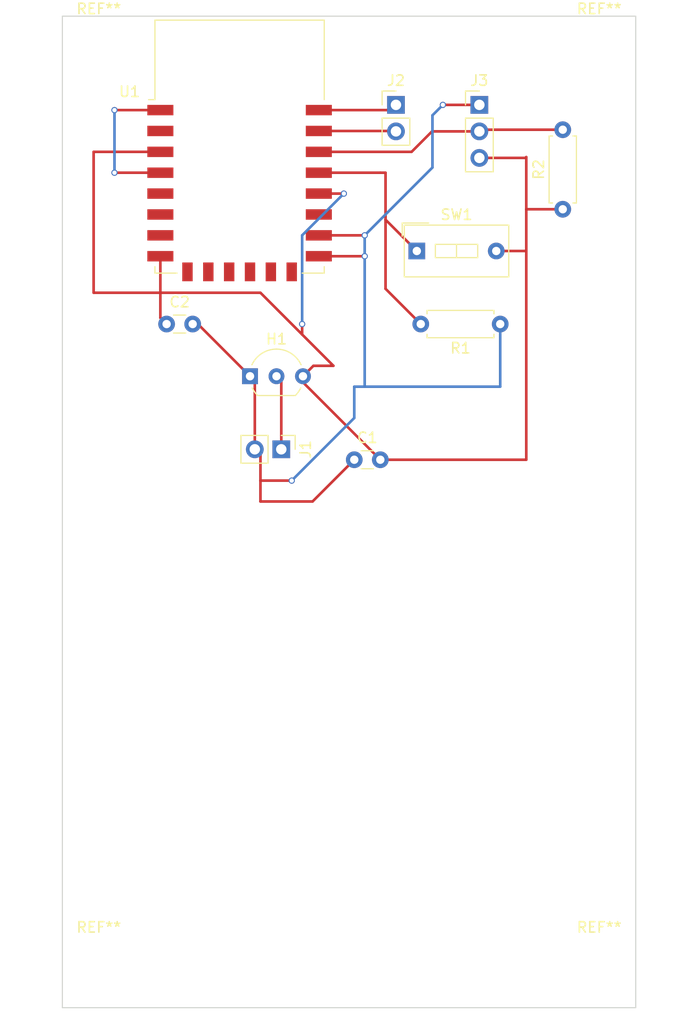
<source format=kicad_pcb>
(kicad_pcb (version 4) (host pcbnew 4.0.7)

  (general
    (links 23)
    (no_connects 0)
    (area 99.949999 49.949999 155.050001 145.050001)
    (thickness 1.6)
    (drawings 4)
    (tracks 76)
    (zones 0)
    (modules 14)
    (nets 11)
  )

  (page A4)
  (layers
    (0 F.Cu signal)
    (31 B.Cu signal)
    (32 B.Adhes user)
    (33 F.Adhes user)
    (34 B.Paste user)
    (35 F.Paste user)
    (36 B.SilkS user)
    (37 F.SilkS user)
    (38 B.Mask user)
    (39 F.Mask user)
    (40 Dwgs.User user)
    (41 Cmts.User user)
    (42 Eco1.User user)
    (43 Eco2.User user)
    (44 Edge.Cuts user)
    (45 Margin user)
    (46 B.CrtYd user)
    (47 F.CrtYd user)
    (48 B.Fab user)
    (49 F.Fab user)
  )

  (setup
    (last_trace_width 0.25)
    (trace_clearance 0.2)
    (zone_clearance 0.508)
    (zone_45_only no)
    (trace_min 0.2)
    (segment_width 0.2)
    (edge_width 0.1)
    (via_size 0.6)
    (via_drill 0.4)
    (via_min_size 0.4)
    (via_min_drill 0.3)
    (uvia_size 0.3)
    (uvia_drill 0.1)
    (uvias_allowed no)
    (uvia_min_size 0.2)
    (uvia_min_drill 0.1)
    (pcb_text_width 0.3)
    (pcb_text_size 1.5 1.5)
    (mod_edge_width 0.15)
    (mod_text_size 1 1)
    (mod_text_width 0.15)
    (pad_size 2.5 1)
    (pad_drill 0)
    (pad_to_mask_clearance 0)
    (aux_axis_origin 0 0)
    (visible_elements 7FFFFFFF)
    (pcbplotparams
      (layerselection 0x010f0_80000001)
      (usegerberextensions false)
      (usegerberattributes true)
      (excludeedgelayer true)
      (linewidth 0.100000)
      (plotframeref false)
      (viasonmask false)
      (mode 1)
      (useauxorigin false)
      (hpglpennumber 1)
      (hpglpenspeed 20)
      (hpglpendiameter 15)
      (hpglpenoverlay 2)
      (psnegative false)
      (psa4output false)
      (plotreference true)
      (plotvalue true)
      (plotinvisibletext false)
      (padsonsilk false)
      (subtractmaskfromsilk false)
      (outputformat 1)
      (mirror false)
      (drillshape 0)
      (scaleselection 1)
      (outputdirectory gerber/))
  )

  (net 0 "")
  (net 1 /GND)
  (net 2 /VCC)
  (net 3 /VIN)
  (net 4 /TX)
  (net 5 /RX)
  (net 6 /DS18B20)
  (net 7 /CONF)
  (net 8 /DS)
  (net 9 "Net-(U1-Pad11)")
  (net 10 "Net-(U1-Pad12)")

  (net_class Default "This is the default net class."
    (clearance 0.2)
    (trace_width 0.25)
    (via_dia 0.6)
    (via_drill 0.4)
    (uvia_dia 0.3)
    (uvia_drill 0.1)
    (add_net /CONF)
    (add_net /DS)
    (add_net /DS18B20)
    (add_net /GND)
    (add_net /RX)
    (add_net /TX)
    (add_net /VCC)
    (add_net /VIN)
    (add_net "Net-(U1-Pad11)")
    (add_net "Net-(U1-Pad12)")
  )

  (module Capacitors_THT:C_Disc_D3.0mm_W1.6mm_P2.50mm (layer F.Cu) (tedit 597BC7C2) (tstamp 5AD41FAF)
    (at 128 92.5)
    (descr "C, Disc series, Radial, pin pitch=2.50mm, , diameter*width=3.0*1.6mm^2, Capacitor, http://www.vishay.com/docs/45233/krseries.pdf")
    (tags "C Disc series Radial pin pitch 2.50mm  diameter 3.0mm width 1.6mm Capacitor")
    (path /5AD400B9)
    (fp_text reference C1 (at 1.25 -2.11) (layer F.SilkS)
      (effects (font (size 1 1) (thickness 0.15)))
    )
    (fp_text value 0.1uF (at 1.25 2.11) (layer F.Fab)
      (effects (font (size 1 1) (thickness 0.15)))
    )
    (fp_line (start -0.25 -0.8) (end -0.25 0.8) (layer F.Fab) (width 0.1))
    (fp_line (start -0.25 0.8) (end 2.75 0.8) (layer F.Fab) (width 0.1))
    (fp_line (start 2.75 0.8) (end 2.75 -0.8) (layer F.Fab) (width 0.1))
    (fp_line (start 2.75 -0.8) (end -0.25 -0.8) (layer F.Fab) (width 0.1))
    (fp_line (start 0.663 -0.861) (end 1.837 -0.861) (layer F.SilkS) (width 0.12))
    (fp_line (start 0.663 0.861) (end 1.837 0.861) (layer F.SilkS) (width 0.12))
    (fp_line (start -1.05 -1.15) (end -1.05 1.15) (layer F.CrtYd) (width 0.05))
    (fp_line (start -1.05 1.15) (end 3.55 1.15) (layer F.CrtYd) (width 0.05))
    (fp_line (start 3.55 1.15) (end 3.55 -1.15) (layer F.CrtYd) (width 0.05))
    (fp_line (start 3.55 -1.15) (end -1.05 -1.15) (layer F.CrtYd) (width 0.05))
    (fp_text user %R (at 1.25 0) (layer F.Fab)
      (effects (font (size 1 1) (thickness 0.15)))
    )
    (pad 1 thru_hole circle (at 0 0) (size 1.6 1.6) (drill 0.8) (layers *.Cu *.Mask)
      (net 1 /GND))
    (pad 2 thru_hole circle (at 2.5 0) (size 1.6 1.6) (drill 0.8) (layers *.Cu *.Mask)
      (net 2 /VCC))
    (model ${KISYS3DMOD}/Capacitors_THT.3dshapes/C_Disc_D3.0mm_W1.6mm_P2.50mm.wrl
      (at (xyz 0 0 0))
      (scale (xyz 1 1 1))
      (rotate (xyz 0 0 0))
    )
  )

  (module Capacitors_THT:C_Disc_D3.0mm_W1.6mm_P2.50mm (layer F.Cu) (tedit 597BC7C2) (tstamp 5AD41FC0)
    (at 110 79.5)
    (descr "C, Disc series, Radial, pin pitch=2.50mm, , diameter*width=3.0*1.6mm^2, Capacitor, http://www.vishay.com/docs/45233/krseries.pdf")
    (tags "C Disc series Radial pin pitch 2.50mm  diameter 3.0mm width 1.6mm Capacitor")
    (path /5AD4019D)
    (fp_text reference C2 (at 1.25 -2.11) (layer F.SilkS)
      (effects (font (size 1 1) (thickness 0.15)))
    )
    (fp_text value 100nF (at 1.25 2.11) (layer F.Fab)
      (effects (font (size 1 1) (thickness 0.15)))
    )
    (fp_line (start -0.25 -0.8) (end -0.25 0.8) (layer F.Fab) (width 0.1))
    (fp_line (start -0.25 0.8) (end 2.75 0.8) (layer F.Fab) (width 0.1))
    (fp_line (start 2.75 0.8) (end 2.75 -0.8) (layer F.Fab) (width 0.1))
    (fp_line (start 2.75 -0.8) (end -0.25 -0.8) (layer F.Fab) (width 0.1))
    (fp_line (start 0.663 -0.861) (end 1.837 -0.861) (layer F.SilkS) (width 0.12))
    (fp_line (start 0.663 0.861) (end 1.837 0.861) (layer F.SilkS) (width 0.12))
    (fp_line (start -1.05 -1.15) (end -1.05 1.15) (layer F.CrtYd) (width 0.05))
    (fp_line (start -1.05 1.15) (end 3.55 1.15) (layer F.CrtYd) (width 0.05))
    (fp_line (start 3.55 1.15) (end 3.55 -1.15) (layer F.CrtYd) (width 0.05))
    (fp_line (start 3.55 -1.15) (end -1.05 -1.15) (layer F.CrtYd) (width 0.05))
    (fp_text user %R (at 1.25 0) (layer F.Fab)
      (effects (font (size 1 1) (thickness 0.15)))
    )
    (pad 1 thru_hole circle (at 0 0) (size 1.6 1.6) (drill 0.8) (layers *.Cu *.Mask)
      (net 2 /VCC))
    (pad 2 thru_hole circle (at 2.5 0) (size 1.6 1.6) (drill 0.8) (layers *.Cu *.Mask)
      (net 1 /GND))
    (model ${KISYS3DMOD}/Capacitors_THT.3dshapes/C_Disc_D3.0mm_W1.6mm_P2.50mm.wrl
      (at (xyz 0 0 0))
      (scale (xyz 1 1 1))
      (rotate (xyz 0 0 0))
    )
  )

  (module TO_SOT_Packages_THT:TO-92_Inline_Wide (layer F.Cu) (tedit 58CE52AF) (tstamp 5AD41FD4)
    (at 118 84.5)
    (descr "TO-92 leads in-line, wide, drill 0.8mm (see NXP sot054_po.pdf)")
    (tags "to-92 sc-43 sc-43a sot54 PA33 transistor")
    (path /5AD3D257)
    (fp_text reference H1 (at 2.54 -3.56 180) (layer F.SilkS)
      (effects (font (size 1 1) (thickness 0.15)))
    )
    (fp_text value HT7333 (at 2.54 2.79) (layer F.Fab)
      (effects (font (size 1 1) (thickness 0.15)))
    )
    (fp_text user %R (at 2.54 -3.56 180) (layer F.Fab)
      (effects (font (size 1 1) (thickness 0.15)))
    )
    (fp_line (start 0.74 1.85) (end 4.34 1.85) (layer F.SilkS) (width 0.12))
    (fp_line (start 0.8 1.75) (end 4.3 1.75) (layer F.Fab) (width 0.1))
    (fp_line (start -1.01 -2.73) (end 6.09 -2.73) (layer F.CrtYd) (width 0.05))
    (fp_line (start -1.01 -2.73) (end -1.01 2.01) (layer F.CrtYd) (width 0.05))
    (fp_line (start 6.09 2.01) (end 6.09 -2.73) (layer F.CrtYd) (width 0.05))
    (fp_line (start 6.09 2.01) (end -1.01 2.01) (layer F.CrtYd) (width 0.05))
    (fp_arc (start 2.54 0) (end 0.74 1.85) (angle 20) (layer F.SilkS) (width 0.12))
    (fp_arc (start 2.54 0) (end 2.54 -2.6) (angle -65) (layer F.SilkS) (width 0.12))
    (fp_arc (start 2.54 0) (end 2.54 -2.6) (angle 65) (layer F.SilkS) (width 0.12))
    (fp_arc (start 2.54 0) (end 2.54 -2.48) (angle 135) (layer F.Fab) (width 0.1))
    (fp_arc (start 2.54 0) (end 2.54 -2.48) (angle -135) (layer F.Fab) (width 0.1))
    (fp_arc (start 2.54 0) (end 4.34 1.85) (angle -20) (layer F.SilkS) (width 0.12))
    (pad 2 thru_hole circle (at 2.54 0 90) (size 1.52 1.52) (drill 0.8) (layers *.Cu *.Mask)
      (net 3 /VIN))
    (pad 3 thru_hole circle (at 5.08 0 90) (size 1.52 1.52) (drill 0.8) (layers *.Cu *.Mask)
      (net 2 /VCC))
    (pad 1 thru_hole rect (at 0 0 90) (size 1.52 1.52) (drill 0.8) (layers *.Cu *.Mask)
      (net 1 /GND))
    (model ${KISYS3DMOD}/TO_SOT_Packages_THT.3dshapes/TO-92_Inline_Wide.wrl
      (at (xyz 0.1 0 0))
      (scale (xyz 1 1 1))
      (rotate (xyz 0 0 -90))
    )
  )

  (module Pin_Headers:Pin_Header_Straight_1x02_Pitch2.54mm (layer F.Cu) (tedit 59650532) (tstamp 5AD41FEA)
    (at 121 91.5 270)
    (descr "Through hole straight pin header, 1x02, 2.54mm pitch, single row")
    (tags "Through hole pin header THT 1x02 2.54mm single row")
    (path /5AD3D3A2)
    (fp_text reference J1 (at 0 -2.33 270) (layer F.SilkS)
      (effects (font (size 1 1) (thickness 0.15)))
    )
    (fp_text value BATT (at 0 4.87 270) (layer F.Fab)
      (effects (font (size 1 1) (thickness 0.15)))
    )
    (fp_line (start -0.635 -1.27) (end 1.27 -1.27) (layer F.Fab) (width 0.1))
    (fp_line (start 1.27 -1.27) (end 1.27 3.81) (layer F.Fab) (width 0.1))
    (fp_line (start 1.27 3.81) (end -1.27 3.81) (layer F.Fab) (width 0.1))
    (fp_line (start -1.27 3.81) (end -1.27 -0.635) (layer F.Fab) (width 0.1))
    (fp_line (start -1.27 -0.635) (end -0.635 -1.27) (layer F.Fab) (width 0.1))
    (fp_line (start -1.33 3.87) (end 1.33 3.87) (layer F.SilkS) (width 0.12))
    (fp_line (start -1.33 1.27) (end -1.33 3.87) (layer F.SilkS) (width 0.12))
    (fp_line (start 1.33 1.27) (end 1.33 3.87) (layer F.SilkS) (width 0.12))
    (fp_line (start -1.33 1.27) (end 1.33 1.27) (layer F.SilkS) (width 0.12))
    (fp_line (start -1.33 0) (end -1.33 -1.33) (layer F.SilkS) (width 0.12))
    (fp_line (start -1.33 -1.33) (end 0 -1.33) (layer F.SilkS) (width 0.12))
    (fp_line (start -1.8 -1.8) (end -1.8 4.35) (layer F.CrtYd) (width 0.05))
    (fp_line (start -1.8 4.35) (end 1.8 4.35) (layer F.CrtYd) (width 0.05))
    (fp_line (start 1.8 4.35) (end 1.8 -1.8) (layer F.CrtYd) (width 0.05))
    (fp_line (start 1.8 -1.8) (end -1.8 -1.8) (layer F.CrtYd) (width 0.05))
    (fp_text user %R (at 0 1.27 360) (layer F.Fab)
      (effects (font (size 1 1) (thickness 0.15)))
    )
    (pad 1 thru_hole rect (at 0 0 270) (size 1.7 1.7) (drill 1) (layers *.Cu *.Mask)
      (net 3 /VIN))
    (pad 2 thru_hole oval (at 0 2.54 270) (size 1.7 1.7) (drill 1) (layers *.Cu *.Mask)
      (net 1 /GND))
    (model ${KISYS3DMOD}/Pin_Headers.3dshapes/Pin_Header_Straight_1x02_Pitch2.54mm.wrl
      (at (xyz 0 0 0))
      (scale (xyz 1 1 1))
      (rotate (xyz 0 0 0))
    )
  )

  (module Pin_Headers:Pin_Header_Straight_1x02_Pitch2.54mm (layer F.Cu) (tedit 59650532) (tstamp 5AD42000)
    (at 132 58.5)
    (descr "Through hole straight pin header, 1x02, 2.54mm pitch, single row")
    (tags "Through hole pin header THT 1x02 2.54mm single row")
    (path /5AD3F795)
    (fp_text reference J2 (at 0 -2.33) (layer F.SilkS)
      (effects (font (size 1 1) (thickness 0.15)))
    )
    (fp_text value Conn_01x02 (at 0 4.87) (layer F.Fab)
      (effects (font (size 1 1) (thickness 0.15)))
    )
    (fp_line (start -0.635 -1.27) (end 1.27 -1.27) (layer F.Fab) (width 0.1))
    (fp_line (start 1.27 -1.27) (end 1.27 3.81) (layer F.Fab) (width 0.1))
    (fp_line (start 1.27 3.81) (end -1.27 3.81) (layer F.Fab) (width 0.1))
    (fp_line (start -1.27 3.81) (end -1.27 -0.635) (layer F.Fab) (width 0.1))
    (fp_line (start -1.27 -0.635) (end -0.635 -1.27) (layer F.Fab) (width 0.1))
    (fp_line (start -1.33 3.87) (end 1.33 3.87) (layer F.SilkS) (width 0.12))
    (fp_line (start -1.33 1.27) (end -1.33 3.87) (layer F.SilkS) (width 0.12))
    (fp_line (start 1.33 1.27) (end 1.33 3.87) (layer F.SilkS) (width 0.12))
    (fp_line (start -1.33 1.27) (end 1.33 1.27) (layer F.SilkS) (width 0.12))
    (fp_line (start -1.33 0) (end -1.33 -1.33) (layer F.SilkS) (width 0.12))
    (fp_line (start -1.33 -1.33) (end 0 -1.33) (layer F.SilkS) (width 0.12))
    (fp_line (start -1.8 -1.8) (end -1.8 4.35) (layer F.CrtYd) (width 0.05))
    (fp_line (start -1.8 4.35) (end 1.8 4.35) (layer F.CrtYd) (width 0.05))
    (fp_line (start 1.8 4.35) (end 1.8 -1.8) (layer F.CrtYd) (width 0.05))
    (fp_line (start 1.8 -1.8) (end -1.8 -1.8) (layer F.CrtYd) (width 0.05))
    (fp_text user %R (at 0 1.27 90) (layer F.Fab)
      (effects (font (size 1 1) (thickness 0.15)))
    )
    (pad 1 thru_hole rect (at 0 0) (size 1.7 1.7) (drill 1) (layers *.Cu *.Mask)
      (net 4 /TX))
    (pad 2 thru_hole oval (at 0 2.54) (size 1.7 1.7) (drill 1) (layers *.Cu *.Mask)
      (net 5 /RX))
    (model ${KISYS3DMOD}/Pin_Headers.3dshapes/Pin_Header_Straight_1x02_Pitch2.54mm.wrl
      (at (xyz 0 0 0))
      (scale (xyz 1 1 1))
      (rotate (xyz 0 0 0))
    )
  )

  (module Pin_Headers:Pin_Header_Straight_1x03_Pitch2.54mm (layer F.Cu) (tedit 59650532) (tstamp 5AD42017)
    (at 140 58.5)
    (descr "Through hole straight pin header, 1x03, 2.54mm pitch, single row")
    (tags "Through hole pin header THT 1x03 2.54mm single row")
    (path /5AD3FB10)
    (fp_text reference J3 (at 0 -2.33) (layer F.SilkS)
      (effects (font (size 1 1) (thickness 0.15)))
    )
    (fp_text value CONN_DS18B20 (at 0 7.41) (layer F.Fab)
      (effects (font (size 1 1) (thickness 0.15)))
    )
    (fp_line (start -0.635 -1.27) (end 1.27 -1.27) (layer F.Fab) (width 0.1))
    (fp_line (start 1.27 -1.27) (end 1.27 6.35) (layer F.Fab) (width 0.1))
    (fp_line (start 1.27 6.35) (end -1.27 6.35) (layer F.Fab) (width 0.1))
    (fp_line (start -1.27 6.35) (end -1.27 -0.635) (layer F.Fab) (width 0.1))
    (fp_line (start -1.27 -0.635) (end -0.635 -1.27) (layer F.Fab) (width 0.1))
    (fp_line (start -1.33 6.41) (end 1.33 6.41) (layer F.SilkS) (width 0.12))
    (fp_line (start -1.33 1.27) (end -1.33 6.41) (layer F.SilkS) (width 0.12))
    (fp_line (start 1.33 1.27) (end 1.33 6.41) (layer F.SilkS) (width 0.12))
    (fp_line (start -1.33 1.27) (end 1.33 1.27) (layer F.SilkS) (width 0.12))
    (fp_line (start -1.33 0) (end -1.33 -1.33) (layer F.SilkS) (width 0.12))
    (fp_line (start -1.33 -1.33) (end 0 -1.33) (layer F.SilkS) (width 0.12))
    (fp_line (start -1.8 -1.8) (end -1.8 6.85) (layer F.CrtYd) (width 0.05))
    (fp_line (start -1.8 6.85) (end 1.8 6.85) (layer F.CrtYd) (width 0.05))
    (fp_line (start 1.8 6.85) (end 1.8 -1.8) (layer F.CrtYd) (width 0.05))
    (fp_line (start 1.8 -1.8) (end -1.8 -1.8) (layer F.CrtYd) (width 0.05))
    (fp_text user %R (at 0 2.54 90) (layer F.Fab)
      (effects (font (size 1 1) (thickness 0.15)))
    )
    (pad 1 thru_hole rect (at 0 0) (size 1.7 1.7) (drill 1) (layers *.Cu *.Mask)
      (net 1 /GND))
    (pad 2 thru_hole oval (at 0 2.54) (size 1.7 1.7) (drill 1) (layers *.Cu *.Mask)
      (net 6 /DS18B20))
    (pad 3 thru_hole oval (at 0 5.08) (size 1.7 1.7) (drill 1) (layers *.Cu *.Mask)
      (net 2 /VCC))
    (model ${KISYS3DMOD}/Pin_Headers.3dshapes/Pin_Header_Straight_1x03_Pitch2.54mm.wrl
      (at (xyz 0 0 0))
      (scale (xyz 1 1 1))
      (rotate (xyz 0 0 0))
    )
  )

  (module Resistors_THT:R_Axial_DIN0207_L6.3mm_D2.5mm_P7.62mm_Horizontal (layer F.Cu) (tedit 5874F706) (tstamp 5AD4202D)
    (at 142 79.5 180)
    (descr "Resistor, Axial_DIN0207 series, Axial, Horizontal, pin pitch=7.62mm, 0.25W = 1/4W, length*diameter=6.3*2.5mm^2, http://cdn-reichelt.de/documents/datenblatt/B400/1_4W%23YAG.pdf")
    (tags "Resistor Axial_DIN0207 series Axial Horizontal pin pitch 7.62mm 0.25W = 1/4W length 6.3mm diameter 2.5mm")
    (path /5AD3EE3B)
    (fp_text reference R1 (at 3.81 -2.31 180) (layer F.SilkS)
      (effects (font (size 1 1) (thickness 0.15)))
    )
    (fp_text value 4.7k (at 3.81 2.31 180) (layer F.Fab)
      (effects (font (size 1 1) (thickness 0.15)))
    )
    (fp_line (start 0.66 -1.25) (end 0.66 1.25) (layer F.Fab) (width 0.1))
    (fp_line (start 0.66 1.25) (end 6.96 1.25) (layer F.Fab) (width 0.1))
    (fp_line (start 6.96 1.25) (end 6.96 -1.25) (layer F.Fab) (width 0.1))
    (fp_line (start 6.96 -1.25) (end 0.66 -1.25) (layer F.Fab) (width 0.1))
    (fp_line (start 0 0) (end 0.66 0) (layer F.Fab) (width 0.1))
    (fp_line (start 7.62 0) (end 6.96 0) (layer F.Fab) (width 0.1))
    (fp_line (start 0.6 -0.98) (end 0.6 -1.31) (layer F.SilkS) (width 0.12))
    (fp_line (start 0.6 -1.31) (end 7.02 -1.31) (layer F.SilkS) (width 0.12))
    (fp_line (start 7.02 -1.31) (end 7.02 -0.98) (layer F.SilkS) (width 0.12))
    (fp_line (start 0.6 0.98) (end 0.6 1.31) (layer F.SilkS) (width 0.12))
    (fp_line (start 0.6 1.31) (end 7.02 1.31) (layer F.SilkS) (width 0.12))
    (fp_line (start 7.02 1.31) (end 7.02 0.98) (layer F.SilkS) (width 0.12))
    (fp_line (start -1.05 -1.6) (end -1.05 1.6) (layer F.CrtYd) (width 0.05))
    (fp_line (start -1.05 1.6) (end 8.7 1.6) (layer F.CrtYd) (width 0.05))
    (fp_line (start 8.7 1.6) (end 8.7 -1.6) (layer F.CrtYd) (width 0.05))
    (fp_line (start 8.7 -1.6) (end -1.05 -1.6) (layer F.CrtYd) (width 0.05))
    (pad 1 thru_hole circle (at 0 0 180) (size 1.6 1.6) (drill 0.8) (layers *.Cu *.Mask)
      (net 1 /GND))
    (pad 2 thru_hole oval (at 7.62 0 180) (size 1.6 1.6) (drill 0.8) (layers *.Cu *.Mask)
      (net 7 /CONF))
    (model ${KISYS3DMOD}/Resistors_THT.3dshapes/R_Axial_DIN0207_L6.3mm_D2.5mm_P7.62mm_Horizontal.wrl
      (at (xyz 0 0 0))
      (scale (xyz 0.393701 0.393701 0.393701))
      (rotate (xyz 0 0 0))
    )
  )

  (module Resistors_THT:R_Axial_DIN0207_L6.3mm_D2.5mm_P7.62mm_Horizontal (layer F.Cu) (tedit 5AD421A8) (tstamp 5AD42043)
    (at 148 68.5 90)
    (descr "Resistor, Axial_DIN0207 series, Axial, Horizontal, pin pitch=7.62mm, 0.25W = 1/4W, length*diameter=6.3*2.5mm^2, http://cdn-reichelt.de/documents/datenblatt/B400/1_4W%23YAG.pdf")
    (tags "Resistor Axial_DIN0207 series Axial Horizontal pin pitch 7.62mm 0.25W = 1/4W length 6.3mm diameter 2.5mm")
    (path /5AD3F42C)
    (fp_text reference R2 (at 3.81 -2.31 90) (layer F.SilkS)
      (effects (font (size 1 1) (thickness 0.15)))
    )
    (fp_text value 4.7k (at 3.81 2.31 90) (layer F.Fab)
      (effects (font (size 1 1) (thickness 0.15)))
    )
    (fp_line (start 0.66 -1.25) (end 0.66 1.25) (layer F.Fab) (width 0.1))
    (fp_line (start 0.66 1.25) (end 6.96 1.25) (layer F.Fab) (width 0.1))
    (fp_line (start 6.96 1.25) (end 6.96 -1.25) (layer F.Fab) (width 0.1))
    (fp_line (start 6.96 -1.25) (end 0.66 -1.25) (layer F.Fab) (width 0.1))
    (fp_line (start 0 0) (end 0.66 0) (layer F.Fab) (width 0.1))
    (fp_line (start 7.62 0) (end 6.96 0) (layer F.Fab) (width 0.1))
    (fp_line (start 0.6 -0.98) (end 0.6 -1.31) (layer F.SilkS) (width 0.12))
    (fp_line (start 0.6 -1.31) (end 7.02 -1.31) (layer F.SilkS) (width 0.12))
    (fp_line (start 7.02 -1.31) (end 7.02 -0.98) (layer F.SilkS) (width 0.12))
    (fp_line (start 0.6 0.98) (end 0.6 1.31) (layer F.SilkS) (width 0.12))
    (fp_line (start 0.6 1.31) (end 7.02 1.31) (layer F.SilkS) (width 0.12))
    (fp_line (start 7.02 1.31) (end 7.02 0.98) (layer F.SilkS) (width 0.12))
    (fp_line (start -1.05 -1.6) (end -1.05 1.6) (layer F.CrtYd) (width 0.05))
    (fp_line (start -1.05 1.6) (end 8.7 1.6) (layer F.CrtYd) (width 0.05))
    (fp_line (start 8.7 1.6) (end 8.7 -1.6) (layer F.CrtYd) (width 0.05))
    (fp_line (start 8.7 -1.6) (end -1.05 -1.6) (layer F.CrtYd) (width 0.05))
    (pad 1 thru_hole circle (at 0 0 90) (size 1.6 1.6) (drill 0.8) (layers *.Cu *.Mask)
      (net 2 /VCC))
    (pad 2 thru_hole oval (at 7.62 0 90) (size 1.6 1.6) (drill 0.8) (layers *.Cu *.Mask)
      (net 6 /DS18B20))
    (model ${KISYS3DMOD}/Resistors_THT.3dshapes/R_Axial_DIN0207_L6.3mm_D2.5mm_P7.62mm_Horizontal.wrl
      (at (xyz 0 0 0))
      (scale (xyz 0.393701 0.393701 0.393701))
      (rotate (xyz 0 0 0))
    )
  )

  (module Buttons_Switches_THT:SW_DIP_x1_W7.62mm_Slide (layer F.Cu) (tedit 5923F251) (tstamp 5AD42063)
    (at 134 72.5)
    (descr "1x-dip-switch, Slide, row spacing 7.62 mm (300 mils)")
    (tags "DIP Switch Slide 7.62mm 300mil")
    (path /5AD40799)
    (fp_text reference SW1 (at 3.81 -3.48) (layer F.SilkS)
      (effects (font (size 1 1) (thickness 0.15)))
    )
    (fp_text value SW_DIP_x01 (at 3.81 3.48) (layer F.Fab)
      (effects (font (size 1 1) (thickness 0.15)))
    )
    (fp_text user %R (at 3.81 0) (layer F.Fab)
      (effects (font (size 1 1) (thickness 0.15)))
    )
    (fp_line (start -1.4 -2.68) (end -1.4 -1.41) (layer F.SilkS) (width 0.12))
    (fp_line (start -1.4 -2.68) (end 1.14 -2.68) (layer F.SilkS) (width 0.12))
    (fp_line (start -0.08 -2.36) (end 8.7 -2.36) (layer F.Fab) (width 0.1))
    (fp_line (start 8.7 -2.36) (end 8.7 2.36) (layer F.Fab) (width 0.1))
    (fp_line (start 8.7 2.36) (end -1.08 2.36) (layer F.Fab) (width 0.1))
    (fp_line (start -1.08 2.36) (end -1.08 -1.36) (layer F.Fab) (width 0.1))
    (fp_line (start -1.08 -1.36) (end -0.08 -2.36) (layer F.Fab) (width 0.1))
    (fp_line (start 1.78 -0.635) (end 1.78 0.635) (layer F.Fab) (width 0.1))
    (fp_line (start 1.78 0.635) (end 5.84 0.635) (layer F.Fab) (width 0.1))
    (fp_line (start 5.84 0.635) (end 5.84 -0.635) (layer F.Fab) (width 0.1))
    (fp_line (start 5.84 -0.635) (end 1.78 -0.635) (layer F.Fab) (width 0.1))
    (fp_line (start 3.81 -0.635) (end 3.81 0.635) (layer F.Fab) (width 0.1))
    (fp_line (start -1.2 -2.48) (end 8.82 -2.48) (layer F.SilkS) (width 0.12))
    (fp_line (start 8.82 -2.48) (end 8.82 2.48) (layer F.SilkS) (width 0.12))
    (fp_line (start 8.82 2.48) (end -1.2 2.48) (layer F.SilkS) (width 0.12))
    (fp_line (start -1.2 2.48) (end -1.2 -2.48) (layer F.SilkS) (width 0.12))
    (fp_line (start 1.78 -0.635) (end 1.78 0.635) (layer F.SilkS) (width 0.12))
    (fp_line (start 1.78 0.635) (end 5.84 0.635) (layer F.SilkS) (width 0.12))
    (fp_line (start 5.84 0.635) (end 5.84 -0.635) (layer F.SilkS) (width 0.12))
    (fp_line (start 5.84 -0.635) (end 1.78 -0.635) (layer F.SilkS) (width 0.12))
    (fp_line (start 3.81 -0.635) (end 3.81 0.635) (layer F.SilkS) (width 0.12))
    (fp_line (start -1.4 -2.7) (end -1.4 2.7) (layer F.CrtYd) (width 0.05))
    (fp_line (start -1.4 2.7) (end 9 2.7) (layer F.CrtYd) (width 0.05))
    (fp_line (start 9 2.7) (end 9 -2.7) (layer F.CrtYd) (width 0.05))
    (fp_line (start 9 -2.7) (end -1.4 -2.7) (layer F.CrtYd) (width 0.05))
    (pad 1 thru_hole rect (at 0 0) (size 1.6 1.6) (drill 0.8) (layers *.Cu *.Mask)
      (net 7 /CONF))
    (pad 2 thru_hole oval (at 7.62 0) (size 1.6 1.6) (drill 0.8) (layers *.Cu *.Mask)
      (net 2 /VCC))
    (model ${KISYS3DMOD}/Buttons_Switches_THT.3dshapes/SW_DIP_x1_W7.62mm_Slide.wrl
      (at (xyz 0 0 0))
      (scale (xyz 1 1 1))
      (rotate (xyz 0 0 90))
    )
  )

  (module RF_Modules:ESP-12E (layer F.Cu) (tedit 5AD44B98) (tstamp 5AD4209E)
    (at 117 62.5)
    (descr "Wi-Fi Module, http://wiki.ai-thinker.com/_media/esp8266/docs/aithinker_esp_12f_datasheet_en.pdf")
    (tags "Wi-Fi Module")
    (path /5AD416EA)
    (attr smd)
    (fp_text reference U1 (at -10.56 -5.26) (layer F.SilkS)
      (effects (font (size 1 1) (thickness 0.15)))
    )
    (fp_text value ESP-12E (at -0.06 -12.78) (layer F.Fab)
      (effects (font (size 1 1) (thickness 0.15)))
    )
    (fp_text user Antenna (at -0.06 -7 180) (layer Cmts.User)
      (effects (font (size 1 1) (thickness 0.15)))
    )
    (fp_text user "KEEP-OUT ZONE" (at 0.03 -9.55 180) (layer Cmts.User)
      (effects (font (size 1 1) (thickness 0.15)))
    )
    (fp_text user %R (at 0.49 -0.8) (layer F.Fab)
      (effects (font (size 1 1) (thickness 0.15)))
    )
    (fp_line (start -8 -12) (end 8 -12) (layer F.Fab) (width 0.12))
    (fp_line (start 8 -12) (end 8 12) (layer F.Fab) (width 0.12))
    (fp_line (start 8 12) (end -8 12) (layer F.Fab) (width 0.12))
    (fp_line (start -8 12) (end -8 -3) (layer F.Fab) (width 0.12))
    (fp_line (start -8 -3) (end -7.5 -3.5) (layer F.Fab) (width 0.12))
    (fp_line (start -7.5 -3.5) (end -8 -4) (layer F.Fab) (width 0.12))
    (fp_line (start -8 -4) (end -8 -12) (layer F.Fab) (width 0.12))
    (fp_line (start -9.05 -12.2) (end 9.05 -12.2) (layer F.CrtYd) (width 0.05))
    (fp_line (start 9.05 -12.2) (end 9.05 13.1) (layer F.CrtYd) (width 0.05))
    (fp_line (start 9.05 13.1) (end -9.05 13.1) (layer F.CrtYd) (width 0.05))
    (fp_line (start -9.05 13.1) (end -9.05 -12.2) (layer F.CrtYd) (width 0.05))
    (fp_line (start -8.12 -12.12) (end 8.12 -12.12) (layer F.SilkS) (width 0.12))
    (fp_line (start 8.12 -12.12) (end 8.12 -4.5) (layer F.SilkS) (width 0.12))
    (fp_line (start 8.12 11.5) (end 8.12 12.12) (layer F.SilkS) (width 0.12))
    (fp_line (start 8.12 12.12) (end 6 12.12) (layer F.SilkS) (width 0.12))
    (fp_line (start -6 12.12) (end -8.12 12.12) (layer F.SilkS) (width 0.12))
    (fp_line (start -8.12 12.12) (end -8.12 11.5) (layer F.SilkS) (width 0.12))
    (fp_line (start -8.12 -4.5) (end -8.12 -12.12) (layer F.SilkS) (width 0.12))
    (fp_line (start -8.12 -4.5) (end -8.73 -4.5) (layer F.SilkS) (width 0.12))
    (fp_line (start -8.12 -12.12) (end 8.12 -12.12) (layer Dwgs.User) (width 0.12))
    (fp_line (start 8.12 -12.12) (end 8.12 -4.8) (layer Dwgs.User) (width 0.12))
    (fp_line (start 8.12 -4.8) (end -8.12 -4.8) (layer Dwgs.User) (width 0.12))
    (fp_line (start -8.12 -4.8) (end -8.12 -12.12) (layer Dwgs.User) (width 0.12))
    (fp_line (start -8.12 -9.12) (end -5.12 -12.12) (layer Dwgs.User) (width 0.12))
    (fp_line (start -8.12 -6.12) (end -2.12 -12.12) (layer Dwgs.User) (width 0.12))
    (fp_line (start -6.44 -4.8) (end 0.88 -12.12) (layer Dwgs.User) (width 0.12))
    (fp_line (start -3.44 -4.8) (end 3.88 -12.12) (layer Dwgs.User) (width 0.12))
    (fp_line (start -0.44 -4.8) (end 6.88 -12.12) (layer Dwgs.User) (width 0.12))
    (fp_line (start 2.56 -4.8) (end 8.12 -10.36) (layer Dwgs.User) (width 0.12))
    (fp_line (start 5.56 -4.8) (end 8.12 -7.36) (layer Dwgs.User) (width 0.12))
    (pad 1 smd rect (at -7.6 -3.5) (size 2.5 1) (layers F.Cu F.Paste F.Mask)
      (net 8 /DS))
    (pad 2 smd rect (at -7.6 -1.5) (size 2.5 1) (layers F.Cu F.Paste F.Mask))
    (pad 3 smd rect (at -7.6 0.5) (size 2.5 1) (layers F.Cu F.Paste F.Mask)
      (net 2 /VCC))
    (pad 4 smd rect (at -7.6 2.5) (size 2.5 1) (layers F.Cu F.Paste F.Mask)
      (net 8 /DS))
    (pad 5 smd rect (at -7.6 4.5) (size 2.5 1) (layers F.Cu F.Paste F.Mask))
    (pad 6 smd rect (at -7.6 6.5) (size 2.5 1) (layers F.Cu F.Paste F.Mask))
    (pad 7 smd rect (at -7.6 8.5) (size 2.5 1) (layers F.Cu F.Paste F.Mask))
    (pad 8 smd rect (at -7.6 10.5) (size 2.5 1) (layers F.Cu F.Paste F.Mask)
      (net 2 /VCC))
    (pad 9 smd rect (at -5 12) (size 1 1.8) (layers F.Cu F.Paste F.Mask))
    (pad 10 smd rect (at -3 12) (size 1 1.8) (layers F.Cu F.Paste F.Mask))
    (pad 11 smd rect (at -1 12) (size 1 1.8) (layers F.Cu F.Paste F.Mask)
      (net 9 "Net-(U1-Pad11)"))
    (pad 12 smd rect (at 1 12) (size 1 1.8) (layers F.Cu F.Paste F.Mask)
      (net 10 "Net-(U1-Pad12)"))
    (pad 13 smd rect (at 3 12) (size 1 1.8) (layers F.Cu F.Paste F.Mask))
    (pad 14 smd rect (at 5 12) (size 1 1.8) (layers F.Cu F.Paste F.Mask))
    (pad 15 smd rect (at 7.6 10.5) (size 2.5 1) (layers F.Cu F.Paste F.Mask)
      (net 1 /GND))
    (pad 16 smd rect (at 7.6 8.5) (size 2.5 1) (layers F.Cu F.Paste F.Mask)
      (net 1 /GND))
    (pad 17 smd rect (at 7.6 6.5) (size 2.5 1) (layers F.Cu F.Paste F.Mask))
    (pad 18 smd rect (at 7.6 4.5) (size 2.5 1) (layers F.Cu F.Paste F.Mask)
      (net 2 /VCC))
    (pad 19 smd rect (at 7.6 2.5) (size 2.5 1) (layers F.Cu F.Paste F.Mask)
      (net 7 /CONF))
    (pad 20 smd rect (at 7.6 0.5) (size 2.5 1) (layers F.Cu F.Paste F.Mask)
      (net 6 /DS18B20))
    (pad 21 smd rect (at 7.6 -1.5) (size 2.5 1) (layers F.Cu F.Paste F.Mask)
      (net 5 /RX))
    (pad 22 smd rect (at 7.6 -3.5) (size 2.5 1) (layers F.Cu F.Paste F.Mask)
      (net 4 /TX))
    (model ${KISYS3DMOD}/RF_Modules.3dshapes/ESP-12E.wrl
      (at (xyz 0 0 0))
      (scale (xyz 1 1 1))
      (rotate (xyz 0 0 0))
    )
  )

  (module Mounting_Holes:MountingHole_3.2mm_M3 (layer F.Cu) (tedit 56D1B4CB) (tstamp 5AD42FC3)
    (at 103.5 53.5)
    (descr "Mounting Hole 3.2mm, no annular, M3")
    (tags "mounting hole 3.2mm no annular m3")
    (attr virtual)
    (fp_text reference REF** (at 0 -4.2) (layer F.SilkS)
      (effects (font (size 1 1) (thickness 0.15)))
    )
    (fp_text value MountingHole_3.2mm_M3 (at 0 4.2) (layer F.Fab)
      (effects (font (size 1 1) (thickness 0.15)))
    )
    (fp_text user %R (at 0.3 0) (layer F.Fab)
      (effects (font (size 1 1) (thickness 0.15)))
    )
    (fp_circle (center 0 0) (end 3.2 0) (layer Cmts.User) (width 0.15))
    (fp_circle (center 0 0) (end 3.45 0) (layer F.CrtYd) (width 0.05))
    (pad 1 np_thru_hole circle (at 0 0) (size 3.2 3.2) (drill 3.2) (layers *.Cu *.Mask))
  )

  (module Mounting_Holes:MountingHole_3.2mm_M3 (layer F.Cu) (tedit 56D1B4CB) (tstamp 5AD4307E)
    (at 151.5 53.5)
    (descr "Mounting Hole 3.2mm, no annular, M3")
    (tags "mounting hole 3.2mm no annular m3")
    (attr virtual)
    (fp_text reference REF** (at 0 -4.2) (layer F.SilkS)
      (effects (font (size 1 1) (thickness 0.15)))
    )
    (fp_text value MountingHole_3.2mm_M3 (at 0 4.2) (layer F.Fab)
      (effects (font (size 1 1) (thickness 0.15)))
    )
    (fp_text user %R (at 0.3 0) (layer F.Fab)
      (effects (font (size 1 1) (thickness 0.15)))
    )
    (fp_circle (center 0 0) (end 3.2 0) (layer Cmts.User) (width 0.15))
    (fp_circle (center 0 0) (end 3.45 0) (layer F.CrtYd) (width 0.05))
    (pad 1 np_thru_hole circle (at 0 0) (size 3.2 3.2) (drill 3.2) (layers *.Cu *.Mask))
  )

  (module Mounting_Holes:MountingHole_3.2mm_M3 (layer F.Cu) (tedit 56D1B4CB) (tstamp 5AD4308E)
    (at 151.5 141.5)
    (descr "Mounting Hole 3.2mm, no annular, M3")
    (tags "mounting hole 3.2mm no annular m3")
    (attr virtual)
    (fp_text reference REF** (at 0 -4.2) (layer F.SilkS)
      (effects (font (size 1 1) (thickness 0.15)))
    )
    (fp_text value MountingHole_3.2mm_M3 (at 0 4.2) (layer F.Fab)
      (effects (font (size 1 1) (thickness 0.15)))
    )
    (fp_text user %R (at 0.3 0) (layer F.Fab)
      (effects (font (size 1 1) (thickness 0.15)))
    )
    (fp_circle (center 0 0) (end 3.2 0) (layer Cmts.User) (width 0.15))
    (fp_circle (center 0 0) (end 3.45 0) (layer F.CrtYd) (width 0.05))
    (pad 1 np_thru_hole circle (at 0 0) (size 3.2 3.2) (drill 3.2) (layers *.Cu *.Mask))
  )

  (module Mounting_Holes:MountingHole_3.2mm_M3 (layer F.Cu) (tedit 56D1B4CB) (tstamp 5AD43096)
    (at 103.5 141.5)
    (descr "Mounting Hole 3.2mm, no annular, M3")
    (tags "mounting hole 3.2mm no annular m3")
    (attr virtual)
    (fp_text reference REF** (at 0 -4.2) (layer F.SilkS)
      (effects (font (size 1 1) (thickness 0.15)))
    )
    (fp_text value MountingHole_3.2mm_M3 (at 0 4.2) (layer F.Fab)
      (effects (font (size 1 1) (thickness 0.15)))
    )
    (fp_text user %R (at 0.3 0) (layer F.Fab)
      (effects (font (size 1 1) (thickness 0.15)))
    )
    (fp_circle (center 0 0) (end 3.2 0) (layer Cmts.User) (width 0.15))
    (fp_circle (center 0 0) (end 3.45 0) (layer F.CrtYd) (width 0.05))
    (pad 1 np_thru_hole circle (at 0 0) (size 3.2 3.2) (drill 3.2) (layers *.Cu *.Mask))
  )

  (gr_line (start 100 145) (end 155 145) (angle 90) (layer Edge.Cuts) (width 0.1))
  (gr_line (start 100 50) (end 155 50) (angle 90) (layer Edge.Cuts) (width 0.1))
  (gr_line (start 155 50) (end 155 145) (angle 90) (layer Edge.Cuts) (width 0.1))
  (gr_line (start 100 50) (end 100 145) (angle 90) (layer Edge.Cuts) (width 0.1))

  (segment (start 124.6 73) (end 129 73) (width 0.25) (layer F.Cu) (net 1) (status 400000))
  (via (at 129 73) (size 0.6) (drill 0.4) (layers F.Cu B.Cu) (net 1))
  (segment (start 124.6 71) (end 129 71) (width 0.25) (layer F.Cu) (net 1) (status 400000))
  (via (at 129 71) (size 0.6) (drill 0.4) (layers F.Cu B.Cu) (net 1))
  (segment (start 140 58.5) (end 136.5 58.5) (width 0.25) (layer F.Cu) (net 1) (status 400000))
  (segment (start 129 71) (end 129 73) (width 0.25) (layer B.Cu) (net 1) (tstamp 5AD4DD9C))
  (segment (start 129 73) (end 129 85.5) (width 0.25) (layer B.Cu) (net 1) (tstamp 5AD4DDB8))
  (segment (start 135.5 64.5) (end 129 71) (width 0.25) (layer B.Cu) (net 1) (tstamp 5AD4DD8D))
  (segment (start 135.5 59.5) (end 135.5 64.5) (width 0.25) (layer B.Cu) (net 1) (tstamp 5AD4DD8A))
  (segment (start 136.5 58.5) (end 135.5 59.5) (width 0.25) (layer B.Cu) (net 1) (tstamp 5AD4DD89))
  (via (at 136.5 58.5) (size 0.6) (drill 0.4) (layers F.Cu B.Cu) (net 1))
  (segment (start 142 79.5) (end 142 85.5) (width 0.25) (layer B.Cu) (net 1))
  (segment (start 142 85.5) (end 129 85.5) (width 0.25) (layer B.Cu) (net 1) (tstamp 5AD428E3))
  (segment (start 129 85.5) (end 128 85.5) (width 0.25) (layer B.Cu) (net 1) (tstamp 5AD4DDA6))
  (segment (start 112.5 79.5) (end 113 79.5) (width 0.25) (layer F.Cu) (net 1))
  (segment (start 113 79.5) (end 118 84.5) (width 0.25) (layer F.Cu) (net 1) (tstamp 5AD428C1))
  (segment (start 128 88.5) (end 122 94.5) (width 0.25) (layer B.Cu) (net 1))
  (segment (start 128 85.5) (end 128 88.5) (width 0.25) (layer B.Cu) (net 1) (tstamp 5AD428E6))
  (segment (start 122 94.5) (end 119 94.5) (width 0.25) (layer F.Cu) (net 1) (tstamp 5AD428B9))
  (via (at 122 94.5) (size 0.6) (drill 0.4) (layers F.Cu B.Cu) (net 1))
  (segment (start 119 92.04) (end 119 94.5) (width 0.25) (layer F.Cu) (net 1))
  (segment (start 119 94.5) (end 119 96.5) (width 0.25) (layer F.Cu) (net 1) (tstamp 5AD428BC))
  (segment (start 124 96.5) (end 128 92.5) (width 0.25) (layer F.Cu) (net 1))
  (segment (start 124 96.5) (end 119 96.5) (width 0.25) (layer F.Cu) (net 1) (tstamp 5AD4288C))
  (segment (start 119 92.04) (end 118.46 91.5) (width 0.25) (layer F.Cu) (net 1) (tstamp 5AD4288F))
  (segment (start 118.46 91.5) (end 118.46 84.96) (width 0.25) (layer F.Cu) (net 1))
  (segment (start 118.46 84.96) (end 118 84.5) (width 0.25) (layer F.Cu) (net 1) (tstamp 5AD4286F))
  (segment (start 141.62 72.5) (end 144.5 72.5) (width 0.25) (layer F.Cu) (net 2) (status 400000))
  (segment (start 148 68.5) (end 144.5 68.5) (width 0.25) (layer F.Cu) (net 2) (status 400000))
  (segment (start 130.5 92.5) (end 144.5 92.5) (width 0.25) (layer F.Cu) (net 2) (status 400000))
  (segment (start 144.42 63.58) (end 140 63.58) (width 0.25) (layer F.Cu) (net 2) (tstamp 5AD4DD12) (status 800000))
  (segment (start 144.5 63.5) (end 144.42 63.58) (width 0.25) (layer F.Cu) (net 2) (tstamp 5AD4DD08))
  (segment (start 144.5 92.5) (end 144.5 72.5) (width 0.25) (layer F.Cu) (net 2) (tstamp 5AD4DD04))
  (segment (start 144.5 72.5) (end 144.5 68.5) (width 0.25) (layer F.Cu) (net 2) (tstamp 5AD4DD1D))
  (segment (start 144.5 68.5) (end 144.5 63.5) (width 0.25) (layer F.Cu) (net 2) (tstamp 5AD4DD19))
  (segment (start 124.6 67) (end 127 67) (width 0.25) (layer F.Cu) (net 2))
  (segment (start 123 79.5) (end 123 80.5) (width 0.25) (layer F.Cu) (net 2) (tstamp 5AD44BD9))
  (via (at 123 79.5) (size 0.6) (drill 0.4) (layers F.Cu B.Cu) (net 2))
  (segment (start 123 71) (end 123 79.5) (width 0.25) (layer B.Cu) (net 2) (tstamp 5AD44BD5))
  (segment (start 127 67) (end 123 71) (width 0.25) (layer B.Cu) (net 2) (tstamp 5AD44BD4))
  (via (at 127 67) (size 0.6) (drill 0.4) (layers F.Cu B.Cu) (net 2))
  (segment (start 109.4 63) (end 103 63) (width 0.25) (layer F.Cu) (net 2))
  (segment (start 103 76.5) (end 109.4 76.5) (width 0.25) (layer F.Cu) (net 2) (tstamp 5AD44A85))
  (segment (start 103 63) (end 103 76.5) (width 0.25) (layer F.Cu) (net 2) (tstamp 5AD44A83))
  (segment (start 109.4 76.5) (end 119 76.5) (width 0.25) (layer F.Cu) (net 2))
  (segment (start 119 76.5) (end 123 80.5) (width 0.25) (layer F.Cu) (net 2) (tstamp 5AD428C6))
  (segment (start 123 80.5) (end 126 83.5) (width 0.25) (layer F.Cu) (net 2) (tstamp 5AD44BDC))
  (segment (start 109.4 73) (end 109.4 76.5) (width 0.25) (layer F.Cu) (net 2))
  (segment (start 109.4 76.5) (end 109.4 78.9) (width 0.25) (layer F.Cu) (net 2) (tstamp 5AD428C4))
  (segment (start 109.4 78.9) (end 110 79.5) (width 0.25) (layer F.Cu) (net 2) (tstamp 5AD428BE))
  (segment (start 126 83.5) (end 124.08 83.5) (width 0.25) (layer F.Cu) (net 2) (tstamp 5AD428CA))
  (segment (start 124.08 83.5) (end 123.08 84.5) (width 0.25) (layer F.Cu) (net 2) (tstamp 5AD4289E))
  (segment (start 123.08 84.5) (end 123.08 85.08) (width 0.25) (layer F.Cu) (net 2))
  (segment (start 123.08 85.08) (end 130.5 92.5) (width 0.25) (layer F.Cu) (net 2) (tstamp 5AD42888))
  (segment (start 121 91.5) (end 121 84.96) (width 0.25) (layer F.Cu) (net 3))
  (segment (start 121 84.96) (end 120.54 84.5) (width 0.25) (layer F.Cu) (net 3) (tstamp 5AD42872))
  (segment (start 124.6 59) (end 131.5 59) (width 0.25) (layer F.Cu) (net 4))
  (segment (start 131.5 59) (end 132 58.5) (width 0.25) (layer F.Cu) (net 4) (tstamp 5AD4259B))
  (segment (start 124.6 61) (end 131.96 61) (width 0.25) (layer F.Cu) (net 5))
  (segment (start 131.96 61) (end 132 61.04) (width 0.25) (layer F.Cu) (net 5) (tstamp 5AD42598))
  (segment (start 148 60.88) (end 140.16 60.88) (width 0.25) (layer F.Cu) (net 6))
  (segment (start 140.16 60.88) (end 140 61.04) (width 0.25) (layer F.Cu) (net 6) (tstamp 5AD42720))
  (segment (start 124.6 63) (end 133.5 63) (width 0.25) (layer F.Cu) (net 6))
  (segment (start 135.46 61.04) (end 140 61.04) (width 0.25) (layer F.Cu) (net 6) (tstamp 5AD42604))
  (segment (start 133.5 63) (end 135.46 61.04) (width 0.25) (layer F.Cu) (net 6) (tstamp 5AD42602))
  (segment (start 124.6 65) (end 130.5 65) (width 0.25) (layer F.Cu) (net 7) (status 400000))
  (segment (start 131 65) (end 131 69.5) (width 0.25) (layer F.Cu) (net 7) (tstamp 5AD4DCC5))
  (segment (start 130.5 65) (end 131 65) (width 0.25) (layer F.Cu) (net 7) (tstamp 5AD4DCC2))
  (segment (start 131 69.5) (end 131 76.12) (width 0.25) (layer F.Cu) (net 7))
  (segment (start 131 76.12) (end 134.38 79.5) (width 0.25) (layer F.Cu) (net 7) (tstamp 5AD427A2))
  (segment (start 131 69.5) (end 134 72.5) (width 0.25) (layer F.Cu) (net 7) (tstamp 5AD427A0))
  (segment (start 109.4 59) (end 105 59) (width 0.25) (layer F.Cu) (net 8))
  (segment (start 105 65) (end 109.4 65) (width 0.25) (layer F.Cu) (net 8) (tstamp 5AD44A9B))
  (via (at 105 65) (size 0.6) (drill 0.4) (layers F.Cu B.Cu) (net 8))
  (segment (start 105 59) (end 105 65) (width 0.25) (layer B.Cu) (net 8) (tstamp 5AD44A97))
  (via (at 105 59) (size 0.6) (drill 0.4) (layers F.Cu B.Cu) (net 8))

)

</source>
